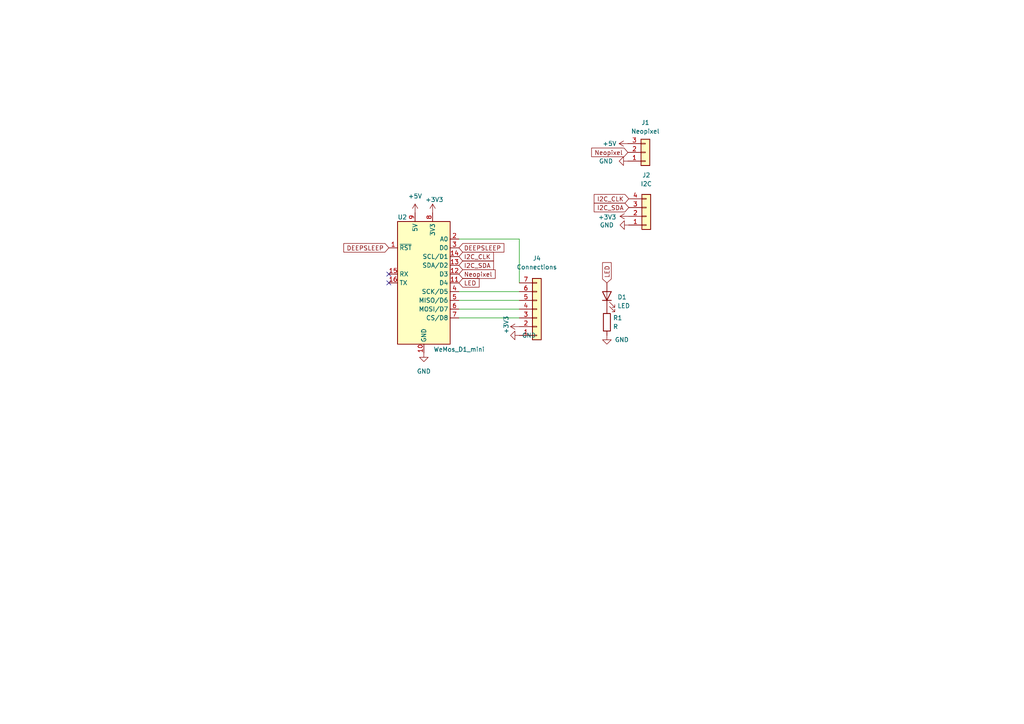
<source format=kicad_sch>
(kicad_sch (version 20211123) (generator eeschema)
  (paper "A4")
  (lib_symbols
    (symbol "Connector_Generic:Conn_01x03" (pin_names (offset 1.016) hide)
      (property "Reference" "J" (at 0 5.08 0))
      (property "Value" "Conn_01x03" (at 0 -5.08 0))
      (symbol "Conn_01x03_1_1"
        (rectangle (start -1.27 -2.413) (end 0 -2.667) (stroke (width 0.1524)))
        (rectangle (start -1.27 0.127) (end 0 -0.127) (stroke (width 0.1524)))
        (rectangle (start -1.27 2.667) (end 0 2.413) (stroke (width 0.1524)))
        (rectangle (start -1.27 3.81) (end 1.27 -3.81) (stroke (width 0.254)) (fill (type background)))
        (pin passive line (at -5.08 2.54 0) (length 3.81) (name "Pin_1") (number "1"))
        (pin passive line (at -5.08 0 0) (length 3.81) (name "Pin_2") (number "2"))
        (pin passive line (at -5.08 -2.54 0) (length 3.81) (name "Pin_3") (number "3"))
      )
    )
    (symbol "Connector_Generic:Conn_01x04" (pin_names (offset 1.016) hide)
      (property "Reference" "J" (at 0 5.08 0))
      (property "Value" "Conn_01x04" (at 0 -7.62 0))
      (symbol "Conn_01x04_1_1"
        (rectangle (start -1.27 -4.953) (end 0 -5.207) (stroke (width 0.1524)))
        (rectangle (start -1.27 -2.413) (end 0 -2.667) (stroke (width 0.1524)))
        (rectangle (start -1.27 0.127) (end 0 -0.127) (stroke (width 0.1524)))
        (rectangle (start -1.27 2.667) (end 0 2.413) (stroke (width 0.1524)))
        (rectangle (start -1.27 3.81) (end 1.27 -6.35) (stroke (width 0.254)) (fill (type background)))
        (pin passive line (at -5.08 2.54 0) (length 3.81) (name "Pin_1") (number "1"))
        (pin passive line (at -5.08 0 0) (length 3.81) (name "Pin_2") (number "2"))
        (pin passive line (at -5.08 -2.54 0) (length 3.81) (name "Pin_3") (number "3"))
        (pin passive line (at -5.08 -5.08 0) (length 3.81) (name "Pin_4") (number "4"))
      )
    )
    (symbol "Connector_Generic:Conn_01x07" (pin_names (offset 1.016) hide)
      (property "Reference" "J" (at 0 10.16 0))
      (property "Value" "Conn_01x07" (at 0 -10.16 0))
      (symbol "Conn_01x07_1_1"
        (rectangle (start -1.27 -7.493) (end 0 -7.747) (stroke (width 0.1524)))
        (rectangle (start -1.27 -4.953) (end 0 -5.207) (stroke (width 0.1524)))
        (rectangle (start -1.27 -2.413) (end 0 -2.667) (stroke (width 0.1524)))
        (rectangle (start -1.27 0.127) (end 0 -0.127) (stroke (width 0.1524)))
        (rectangle (start -1.27 2.667) (end 0 2.413) (stroke (width 0.1524)))
        (rectangle (start -1.27 5.207) (end 0 4.953) (stroke (width 0.1524)))
        (rectangle (start -1.27 7.747) (end 0 7.493) (stroke (width 0.1524)))
        (rectangle (start -1.27 8.89) (end 1.27 -8.89) (stroke (width 0.254)) (fill (type background)))
        (pin passive line (at -5.08 7.62 0) (length 3.81) (name "Pin_1") (number "1"))
        (pin passive line (at -5.08 5.08 0) (length 3.81) (name "Pin_2") (number "2"))
        (pin passive line (at -5.08 2.54 0) (length 3.81) (name "Pin_3") (number "3"))
        (pin passive line (at -5.08 0 0) (length 3.81) (name "Pin_4") (number "4"))
        (pin passive line (at -5.08 -2.54 0) (length 3.81) (name "Pin_5") (number "5"))
        (pin passive line (at -5.08 -5.08 0) (length 3.81) (name "Pin_6") (number "6"))
        (pin passive line (at -5.08 -7.62 0) (length 3.81) (name "Pin_7") (number "7"))
      )
    )
    (symbol "Device:LED" (pin_numbers hide) (pin_names (offset 1.016) hide)
      (property "Reference" "D" (at 0 2.54 0))
      (property "Value" "LED" (at 0 -2.54 0))
      (symbol "LED_0_1"
        (polyline (pts (xy -1.27 -1.27) (xy -1.27 1.27)) (stroke (width 0.254)))
        (polyline (pts (xy -1.27 0) (xy 1.27 0)))
        (polyline (pts (xy 1.27 -1.27) (xy 1.27 1.27) (xy -1.27 0) (xy 1.27 -1.27)) (stroke (width 0.254)))
        (polyline (pts (xy -3.048 -0.762) (xy -4.572 -2.286) (xy -3.81 -2.286) (xy -4.572 -2.286) (xy -4.572 -1.524)))
        (polyline (pts (xy -1.778 -0.762) (xy -3.302 -2.286) (xy -2.54 -2.286) (xy -3.302 -2.286) (xy -3.302 -1.524)))
      )
      (symbol "LED_1_1"
        (pin passive line (at -3.81 0 0) (length 2.54) (name "K") (number "1"))
        (pin passive line (at 3.81 0 180) (length 2.54) (name "A") (number "2"))
      )
    )
    (symbol "Device:R" (pin_numbers hide) (pin_names (offset 0))
      (property "Reference" "R" (at 2.032 0 90))
      (property "Value" "R" (at 0 0 90))
      (symbol "R_0_1"
        (rectangle (start -1.016 -2.54) (end 1.016 2.54) (stroke (width 0.254)))
      )
      (symbol "R_1_1"
        (pin passive line (at 0 3.81 270) (length 1.27) (name "~") (number "1"))
        (pin passive line (at 0 -3.81 90) (length 1.27) (name "~") (number "2"))
      )
    )
    (symbol "MCU_Module:WeMos_D1_mini"
      (property "Reference" "U" (at 3.81 19.05 0))
      (property "Value" "WeMos_D1_mini" (at 1.27 -19.05 0))
      (symbol "WeMos_D1_mini_1_1"
        (rectangle (start -7.62 17.78) (end 7.62 -17.78) (stroke (width 0.254)) (fill (type background)))
        (pin input line (at -10.16 10.16 0) (length 2.54) (name "~{RST}") (number "1"))
        (pin power_in line (at 0 -20.32 90) (length 2.54) (name "GND") (number "10"))
        (pin bidirectional line (at 10.16 0 180) (length 2.54) (name "D4") (number "11"))
        (pin bidirectional line (at 10.16 2.54 180) (length 2.54) (name "D3") (number "12"))
        (pin bidirectional line (at 10.16 5.08 180) (length 2.54) (name "SDA/D2") (number "13"))
        (pin bidirectional line (at 10.16 7.62 180) (length 2.54) (name "SCL/D1") (number "14"))
        (pin input line (at -10.16 2.54 0) (length 2.54) (name "RX") (number "15"))
        (pin output line (at -10.16 0 0) (length 2.54) (name "TX") (number "16"))
        (pin input line (at 10.16 12.7 180) (length 2.54) (name "A0") (number "2"))
        (pin bidirectional line (at 10.16 10.16 180) (length 2.54) (name "D0") (number "3"))
        (pin bidirectional line (at 10.16 -2.54 180) (length 2.54) (name "SCK/D5") (number "4"))
        (pin bidirectional line (at 10.16 -5.08 180) (length 2.54) (name "MISO/D6") (number "5"))
        (pin bidirectional line (at 10.16 -7.62 180) (length 2.54) (name "MOSI/D7") (number "6"))
        (pin bidirectional line (at 10.16 -10.16 180) (length 2.54) (name "CS/D8") (number "7"))
        (pin power_out line (at 2.54 20.32 270) (length 2.54) (name "3V3") (number "8"))
        (pin power_in line (at -2.54 20.32 270) (length 2.54) (name "5V") (number "9"))
      )
    )
    (symbol "power:+3V3" (power) (pin_names (offset 0))
      (property "Value" "+3V3" (at 0 3.556 0))
      (symbol "+3V3_0_1"
        (polyline (pts (xy -0.762 1.27) (xy 0 2.54)))
        (polyline (pts (xy 0 0) (xy 0 2.54)))
        (polyline (pts (xy 0 2.54) (xy 0.762 1.27)))
      )
      (symbol "+3V3_1_1"
        (pin power_in line (at 0 0 90) (length 0) hide (name "+3V3") (number "1"))
      )
    )
    (symbol "power:+5V" (power) (pin_names (offset 0))
      (property "Value" "+5V" (at 0 3.556 0))
      (symbol "+5V_0_1"
        (polyline (pts (xy -0.762 1.27) (xy 0 2.54)))
        (polyline (pts (xy 0 0) (xy 0 2.54)))
        (polyline (pts (xy 0 2.54) (xy 0.762 1.27)))
      )
      (symbol "+5V_1_1"
        (pin power_in line (at 0 0 90) (length 0) hide (name "+5V") (number "1"))
      )
    )
    (symbol "power:GND" (power) (pin_names (offset 0))
      (property "Value" "GND" (at 0 -3.81 0))
      (symbol "GND_0_1"
        (polyline (pts (xy 0 0) (xy 0 -1.27) (xy 1.27 -1.27) (xy 0 -2.54) (xy -1.27 -1.27) (xy 0 -1.27)))
      )
      (symbol "GND_1_1"
        (pin power_in line (at 0 0 270) (length 0) hide (name "GND") (number "1"))
      )
    )
  )
  (no_connect (at 112.776 82.042))
  (no_connect (at 112.776 79.502))
  (wire (pts (xy 133.096 92.202) (xy 150.622 92.202)))
  (wire (pts (xy 133.096 87.122) (xy 150.622 87.122)))
  (wire (pts (xy 150.622 82.042) (xy 150.622 69.342)))
  (wire (pts (xy 133.096 69.342) (xy 150.622 69.342)))
  (wire (pts (xy 133.096 89.662) (xy 150.622 89.662)))
  (wire (pts (xy 133.096 84.582) (xy 150.622 84.582)))
  (global_label "LED" (shape input) (at 133.096 82.042 0) (property "Intersheet References" "${INTERSHEET_REFS}" (effects hide)))
  (global_label "I2C_SDA" (shape input) (at 182.372 60.198 180) (property "Intersheet References" "${INTERSHEET_REFS}" (effects hide)))
  (global_label "DEEPSLEEP" (shape input) (at 112.776 71.882 180) (property "Intersheet References" "${INTERSHEET_REFS}" (effects hide)))
  (global_label "DEEPSLEEP" (shape input) (at 133.096 71.882 0) (property "Intersheet References" "${INTERSHEET_REFS}" (effects hide)))
  (global_label "Neopixel" (shape input) (at 133.096 79.502 0) (property "Intersheet References" "${INTERSHEET_REFS}" (effects hide)))
  (global_label "I2C_CLK" (shape input) (at 182.372 57.658 180) (property "Intersheet References" "${INTERSHEET_REFS}" (effects hide)))
  (global_label "I2C_SDA" (shape input) (at 133.096 76.962 0) (property "Intersheet References" "${INTERSHEET_REFS}" (effects hide)))
  (global_label "I2C_CLK" (shape input) (at 133.096 74.422 0) (property "Intersheet References" "${INTERSHEET_REFS}" (effects hide)))
  (global_label "LED" (shape input) (at 176.022 82.042 90) (property "Intersheet References" "${INTERSHEET_REFS}" (effects hide)))
  (global_label "Neopixel" (shape input) (at 182.118 44.196 180) (property "Intersheet References" "${INTERSHEET_REFS}" (effects hide)))
  (symbol (lib_id "power:+3V3") (at 150.622 94.742 90) (unit 1)
    (property "Reference" "#PWR0105" (effects hide))
    (property "Value" "+3V3" (at 146.812 94.234 0))
  )
  (symbol (lib_id "power:GND") (at 176.022 97.282 0) (unit 1)
    (property "Reference" "#PWR0110" (effects hide))
    (property "Value" "GND" (at 178.308 98.5519 0) (effects (justify left)))
  )
  (symbol (lib_id "Device:R") (at 176.022 93.472 0) (unit 1)
    (property "Reference" "R1" (at 177.8 92.2019 0) (effects (justify left)))
    (property "Value" "R" (at 177.8 94.7419 0) (effects (justify left)))
    (property "Footprint" "Resistor_THT:R_Axial_DIN0207_L6.3mm_D2.5mm_P7.62mm_Horizontal" (effects hide))
  )
  (symbol (lib_id "power:+5V") (at 120.396 61.722 0) (unit 1)
    (property "Reference" "#PWR0108" (effects hide))
    (property "Value" "+5V" (at 120.396 56.896 0))
  )
  (symbol (lib_id "power:GND") (at 182.372 65.278 270) (mirror x) (unit 1)
    (property "Reference" "#PWR0104" (effects hide))
    (property "Value" "GND" (at 178.054 65.2779 90) (effects (justify right)))
  )
  (symbol (lib_id "power:GND") (at 122.936 102.362 0) (unit 1)
    (property "Reference" "#PWR0107" (effects hide))
    (property "Value" "GND" (at 122.936 107.696 0))
  )
  (symbol (lib_id "power:GND") (at 182.118 46.736 270) (mirror x) (unit 1)
    (property "Reference" "#PWR0102" (effects hide))
    (property "Value" "GND" (at 177.8 46.7359 90) (effects (justify right)))
  )
  (symbol (lib_id "MCU_Module:WeMos_D1_mini") (at 122.936 82.042 0) (unit 1)
    (property "Reference" "U2" (at 115.316 62.992 0) (effects (justify left)))
    (property "Value" "WeMos_D1_mini" (at 125.73 101.346 0) (effects (justify left)))
    (property "Footprint" "Module:WEMOS_D1_mini_light" (effects hide))
    (property "Datasheet" "https://wiki.wemos.cc/products:d1:d1_mini#documentation" (effects hide))
  )
  (symbol (lib_id "power:+5V") (at 182.118 41.656 90) (unit 1)
    (property "Reference" "#PWR0101" (effects hide))
    (property "Value" "+5V" (at 174.752 41.656 90) (effects (justify right)))
  )
  (symbol (lib_id "Connector_Generic:Conn_01x03") (at 187.198 44.196 0) (mirror x) (unit 1)
    (property "Reference" "J1" (at 187.198 35.56 0))
    (property "Value" "Neopixel" (at 187.198 38.1 0))
    (property "Footprint" "Connector_PinHeader_2.54mm:PinHeader_1x03_P2.54mm_Vertical" (effects hide))
  )
  (symbol (lib_id "Device:LED") (at 176.022 85.852 90) (unit 1)
    (property "Reference" "D1" (at 179.07 86.1694 90) (effects (justify right)))
    (property "Value" "LED" (at 179.07 88.7094 90) (effects (justify right)))
    (property "Footprint" "LED_THT:LED_D5.0mm" (effects hide))
  )
  (symbol (lib_id "Connector_Generic:Conn_01x04") (at 187.452 62.738 0) (mirror x) (unit 1)
    (property "Reference" "J2" (at 187.452 50.8 0))
    (property "Value" "I2C" (at 187.452 53.34 0))
    (property "Footprint" "Connector_PinHeader_2.00mm:PinHeader_1x04_P2.00mm_Vertical" (effects hide))
  )
  (symbol (lib_id "Connector_Generic:Conn_01x07") (at 155.702 89.662 0) (mirror x) (unit 1)
    (property "Reference" "J4" (at 155.702 74.93 0))
    (property "Value" "Connections" (at 155.702 77.47 0))
    (property "Footprint" "Connector_PinHeader_2.54mm:PinHeader_1x07_P2.54mm_Vertical" (effects hide))
  )
  (symbol (lib_id "power:+3V3") (at 182.372 62.738 90) (unit 1)
    (property "Reference" "#PWR0103" (effects hide))
    (property "Value" "+3V3" (at 173.482 62.992 90) (effects (justify right)))
  )
  (symbol (lib_id "power:+3V3") (at 125.476 61.722 0) (unit 1)
    (property "Reference" "#PWR0109" (effects hide))
    (property "Value" "+3V3" (at 125.984 57.912 0))
  )
  (symbol (lib_id "power:GND") (at 150.622 97.282 270) (unit 1)
    (property "Reference" "#PWR0106" (effects hide))
    (property "Value" "GND" (at 151.384 97.2819 90) (effects (justify left)))
  )
)
</source>
